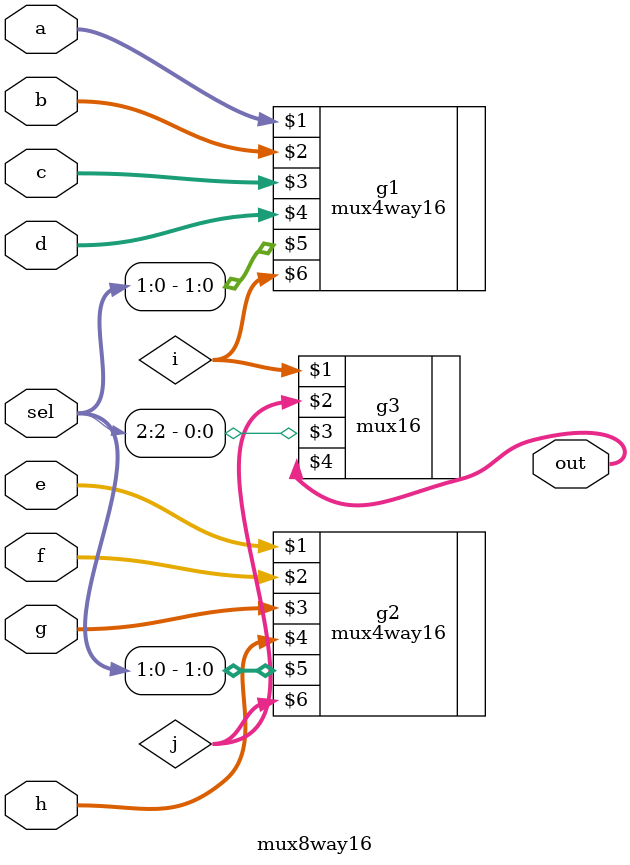
<source format=v>
`ifndef mux4way16
  `include "src/mux4way16.v"
`endif

`ifndef mux16
  `include "src/mux16.v"
`endif

`define mux8way16 1

module mux8way16 (
  input [15:0] a,
  input [15:0] b,
  input [15:0] c,
  input [15:0] d,
  input [15:0] e,
  input [15:0] f,
  input [15:0] g,
  input [15:0] h,
  input [2:0] sel,
  output [15:0] out
);
  wire [15:0] i, j;

  mux4way16 g1 (a, b, c, d, sel[1:0], i);
  mux4way16 g2 (e, f, g, h, sel[1:0], j);
  mux16 g3 (i, j, sel[2], out);
endmodule

</source>
